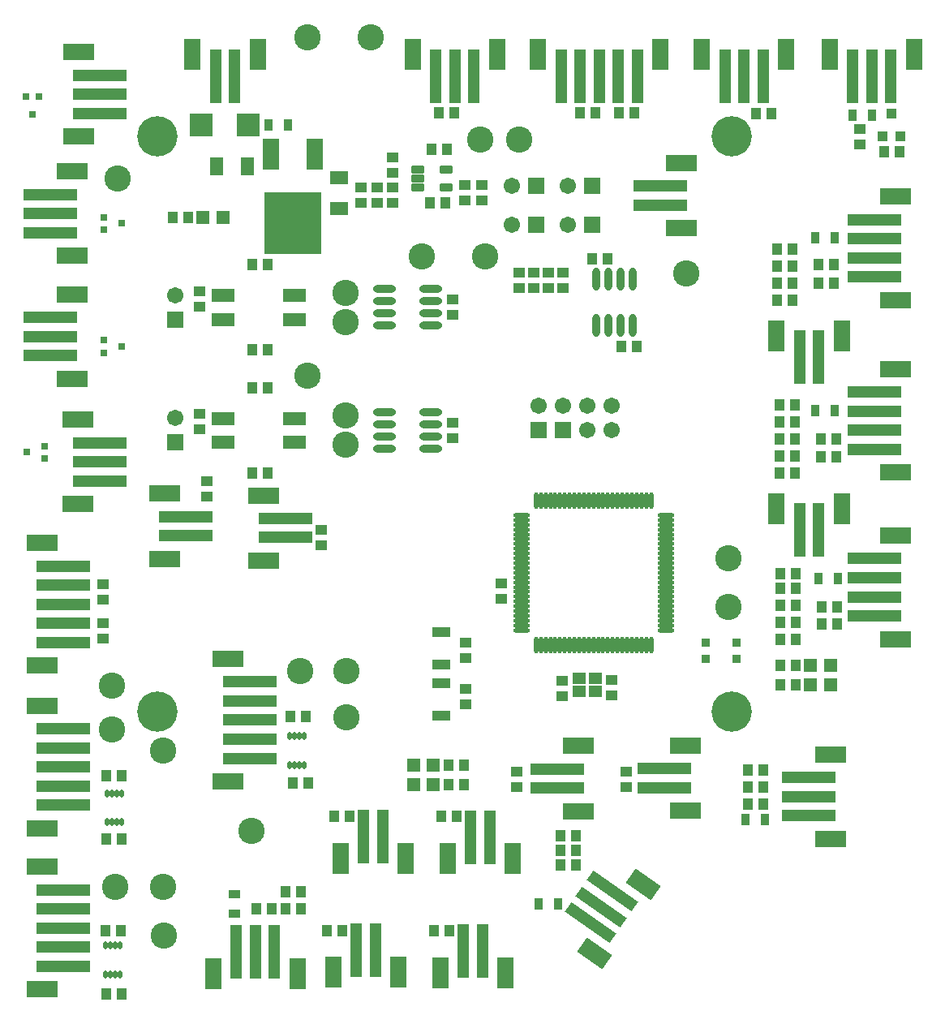
<source format=gts>
G04*
G04 #@! TF.GenerationSoftware,Altium Limited,Altium Designer,19.1.8 (144)*
G04*
G04 Layer_Color=8388736*
%FSLAX25Y25*%
%MOIN*%
G70*
G01*
G75*
%ADD47R,0.03556X0.03753*%
%ADD48R,0.07493X0.03950*%
%ADD49R,0.07099X0.12611*%
%ADD50R,0.04737X0.22454*%
%ADD51R,0.09461X0.05524*%
%ADD52R,0.04343X0.04737*%
%ADD53R,0.05524X0.05524*%
%ADD54R,0.03162X0.02965*%
%ADD55R,0.22454X0.04737*%
%ADD56R,0.02965X0.03162*%
%ADD57R,0.04737X0.04343*%
%ADD58O,0.01784X0.06902*%
%ADD59O,0.06902X0.01784*%
%ADD60R,0.05524X0.04737*%
%ADD61R,0.23635X0.25210*%
%ADD62R,0.07099X0.12611*%
%ADD63O,0.03162X0.09461*%
G04:AMPARAMS|DCode=64|XSize=33.59mil|YSize=55.24mil|CornerRadius=5.92mil|HoleSize=0mil|Usage=FLASHONLY|Rotation=90.000|XOffset=0mil|YOffset=0mil|HoleType=Round|Shape=RoundedRectangle|*
%AMROUNDEDRECTD64*
21,1,0.03359,0.04341,0,0,90.0*
21,1,0.02175,0.05524,0,0,90.0*
1,1,0.01184,0.02170,0.01088*
1,1,0.01184,0.02170,-0.01088*
1,1,0.01184,-0.02170,-0.01088*
1,1,0.01184,-0.02170,0.01088*
%
%ADD64ROUNDEDRECTD64*%
G04:AMPARAMS|DCode=65|XSize=17.84mil|YSize=31.62mil|CornerRadius=5.97mil|HoleSize=0mil|Usage=FLASHONLY|Rotation=180.000|XOffset=0mil|YOffset=0mil|HoleType=Round|Shape=RoundedRectangle|*
%AMROUNDEDRECTD65*
21,1,0.01784,0.01968,0,0,180.0*
21,1,0.00591,0.03162,0,0,180.0*
1,1,0.01194,-0.00295,0.00984*
1,1,0.01194,0.00295,0.00984*
1,1,0.01194,0.00295,-0.00984*
1,1,0.01194,-0.00295,-0.00984*
%
%ADD65ROUNDEDRECTD65*%
%ADD66O,0.09461X0.03162*%
%ADD67R,0.12611X0.07099*%
%ADD68R,0.03950X0.03950*%
%ADD69R,0.03800X0.05091*%
%ADD70R,0.05091X0.03800*%
G04:AMPARAMS|DCode=71|XSize=47.37mil|YSize=224.54mil|CornerRadius=0mil|HoleSize=0mil|Usage=FLASHONLY|Rotation=55.000|XOffset=0mil|YOffset=0mil|HoleType=Round|Shape=Rectangle|*
%AMROTATEDRECTD71*
4,1,4,0.07838,-0.08380,-0.10555,0.04499,-0.07838,0.08380,0.10555,-0.04499,0.07838,-0.08380,0.0*
%
%ADD71ROTATEDRECTD71*%

G04:AMPARAMS|DCode=72|XSize=70.99mil|YSize=126.11mil|CornerRadius=0mil|HoleSize=0mil|Usage=FLASHONLY|Rotation=55.000|XOffset=0mil|YOffset=0mil|HoleType=Round|Shape=Rectangle|*
%AMROTATEDRECTD72*
4,1,4,0.03129,-0.06524,-0.07201,0.00709,-0.03129,0.06524,0.07201,-0.00709,0.03129,-0.06524,0.0*
%
%ADD72ROTATEDRECTD72*%

%ADD73R,0.09304X0.09698*%
%ADD74R,0.07493X0.05524*%
%ADD75R,0.05524X0.07493*%
%ADD76C,0.10800*%
%ADD77R,0.06706X0.06706*%
%ADD78C,0.06706*%
%ADD79R,0.06706X0.06706*%
%ADD80C,0.16548*%
D47*
X310873Y152323D02*
D03*
X298077D02*
D03*
Y145827D02*
D03*
X310873D02*
D03*
D48*
X189475Y135768D02*
D03*
Y122382D02*
D03*
Y143382D02*
D03*
Y156768D02*
D03*
D49*
X383672Y393933D02*
D03*
X349026D02*
D03*
X331172D02*
D03*
X296526D02*
D03*
X279546D02*
D03*
X229152D02*
D03*
X177652D02*
D03*
X212298D02*
D03*
X353924Y207433D02*
D03*
X327152D02*
D03*
X353924Y278433D02*
D03*
X327152D02*
D03*
X191975Y63575D02*
D03*
X218747Y63575D02*
D03*
X148026Y63717D02*
D03*
X174798Y63717D02*
D03*
X189026Y16781D02*
D03*
X215798D02*
D03*
X144975Y17140D02*
D03*
X171747D02*
D03*
X130298Y16475D02*
D03*
X95652D02*
D03*
X113924Y393933D02*
D03*
X87152D02*
D03*
D50*
X374223Y385075D02*
D03*
X366349D02*
D03*
X358475D02*
D03*
X321723D02*
D03*
X313849D02*
D03*
X305975D02*
D03*
X270097D02*
D03*
X262223D02*
D03*
X254349D02*
D03*
X246475D02*
D03*
X238601D02*
D03*
X187101D02*
D03*
X194975D02*
D03*
X202849D02*
D03*
X344475Y198575D02*
D03*
X336601D02*
D03*
X344475Y269575D02*
D03*
X336601D02*
D03*
X201424Y72433D02*
D03*
X209298D02*
D03*
X157475Y72575D02*
D03*
X165349D02*
D03*
X198475Y25640D02*
D03*
X206349D02*
D03*
X154424Y25997D02*
D03*
X162298D02*
D03*
X120849Y25332D02*
D03*
X112975D02*
D03*
X105101D02*
D03*
X104475Y385075D02*
D03*
X96601D02*
D03*
D51*
X129042Y285154D02*
D03*
X99908Y234653D02*
D03*
Y285154D02*
D03*
X129042Y294996D02*
D03*
X99908D02*
D03*
X129042Y234653D02*
D03*
Y244496D02*
D03*
X99908D02*
D03*
D52*
X118125Y307575D02*
D03*
X335125Y135075D02*
D03*
X328825D02*
D03*
X192325Y94075D02*
D03*
X198625D02*
D03*
X192325Y102075D02*
D03*
X198625D02*
D03*
X78959Y327075D02*
D03*
X85259D02*
D03*
X335125Y143075D02*
D03*
X328825D02*
D03*
X113325Y43075D02*
D03*
X119625D02*
D03*
X244625Y67075D02*
D03*
X238325Y67075D02*
D03*
X335125Y167575D02*
D03*
X328825D02*
D03*
X335125Y160575D02*
D03*
X328825D02*
D03*
X345825Y167075D02*
D03*
X352125D02*
D03*
X238325Y61075D02*
D03*
X244625Y61075D02*
D03*
X345825Y160075D02*
D03*
X352125D02*
D03*
X321625Y93075D02*
D03*
X315325D02*
D03*
X334625Y236075D02*
D03*
X328325D02*
D03*
X334625Y229075D02*
D03*
X328325D02*
D03*
X345325Y236075D02*
D03*
X351625D02*
D03*
X315325Y86075D02*
D03*
X321625D02*
D03*
X345325Y228575D02*
D03*
X351625D02*
D03*
X131625Y50075D02*
D03*
X125325D02*
D03*
X333625Y307075D02*
D03*
X327325D02*
D03*
X333625Y300075D02*
D03*
X327325D02*
D03*
X344325Y307575D02*
D03*
X350625D02*
D03*
X344325Y300075D02*
D03*
X350625D02*
D03*
X269625Y274075D02*
D03*
X263325D02*
D03*
X191125Y333075D02*
D03*
X184825D02*
D03*
X328825Y180575D02*
D03*
X335125D02*
D03*
X328325Y250075D02*
D03*
X334625D02*
D03*
X377625Y354075D02*
D03*
X371325D02*
D03*
X192625Y34075D02*
D03*
X186325D02*
D03*
X148625D02*
D03*
X142325D02*
D03*
X195625Y81075D02*
D03*
X189325Y81075D02*
D03*
X151625Y81075D02*
D03*
X145325Y81075D02*
D03*
X188325Y370075D02*
D03*
X194625D02*
D03*
X252625D02*
D03*
X246325D02*
D03*
X268625D02*
D03*
X262325D02*
D03*
X325125Y369575D02*
D03*
X318825D02*
D03*
X111825Y307575D02*
D03*
X118125Y272575D02*
D03*
X111825D02*
D03*
X118125Y257075D02*
D03*
X111825D02*
D03*
X118125Y222075D02*
D03*
X111825D02*
D03*
X335125Y174575D02*
D03*
X328825D02*
D03*
X244625Y73075D02*
D03*
X238325Y73075D02*
D03*
X335125Y153575D02*
D03*
X328825D02*
D03*
X334625Y243075D02*
D03*
X328325D02*
D03*
X321625Y100075D02*
D03*
X315325D02*
D03*
X334625Y222075D02*
D03*
X328325D02*
D03*
X333625Y314075D02*
D03*
X327325D02*
D03*
X131625Y43075D02*
D03*
X125325D02*
D03*
X333625Y293075D02*
D03*
X327325D02*
D03*
X251325Y310075D02*
D03*
X257625D02*
D03*
X185325Y355075D02*
D03*
X191625D02*
D03*
X134625Y94575D02*
D03*
X128325D02*
D03*
X133625Y122075D02*
D03*
X127325D02*
D03*
X58125Y71575D02*
D03*
X51825D02*
D03*
X58125Y97575D02*
D03*
X51825D02*
D03*
X57975Y8075D02*
D03*
X51676D02*
D03*
X57625Y34075D02*
D03*
X51325D02*
D03*
D53*
X349475Y134943D02*
D03*
X341208D02*
D03*
X177975Y94075D02*
D03*
X186243D02*
D03*
X177975Y102075D02*
D03*
X186243D02*
D03*
X99743Y327075D02*
D03*
X91475D02*
D03*
X349475Y143075D02*
D03*
X341207D02*
D03*
D54*
X18916Y376716D02*
D03*
X24034D02*
D03*
X21475Y369433D02*
D03*
D55*
X49176Y377575D02*
D03*
Y385449D02*
D03*
X28774Y270201D02*
D03*
Y278075D02*
D03*
X48975Y226575D02*
D03*
Y234449D02*
D03*
X28774Y320701D02*
D03*
Y328575D02*
D03*
X110676Y104827D02*
D03*
Y112701D02*
D03*
Y120575D02*
D03*
Y128449D02*
D03*
Y136323D02*
D03*
X34176Y19327D02*
D03*
Y27201D02*
D03*
Y35075D02*
D03*
Y42949D02*
D03*
Y50823D02*
D03*
Y85524D02*
D03*
Y93398D02*
D03*
Y101272D02*
D03*
Y109146D02*
D03*
Y117020D02*
D03*
Y152327D02*
D03*
Y160201D02*
D03*
Y168075D02*
D03*
Y175949D02*
D03*
Y183823D02*
D03*
X125333Y203398D02*
D03*
Y195524D02*
D03*
X236975Y92575D02*
D03*
Y100449D02*
D03*
X280975Y92701D02*
D03*
Y100575D02*
D03*
X84475Y204075D02*
D03*
Y196201D02*
D03*
X279274Y332138D02*
D03*
Y340012D02*
D03*
X367274Y163264D02*
D03*
Y171138D02*
D03*
Y179012D02*
D03*
Y186886D02*
D03*
Y231764D02*
D03*
Y239638D02*
D03*
Y247512D02*
D03*
Y255386D02*
D03*
X340475Y96949D02*
D03*
Y89075D02*
D03*
Y81201D02*
D03*
X367274Y302524D02*
D03*
Y310398D02*
D03*
Y318272D02*
D03*
Y326146D02*
D03*
X28774Y336449D02*
D03*
X49176Y369701D02*
D03*
X28774Y285949D02*
D03*
X48975Y218701D02*
D03*
D56*
X50691Y271516D02*
D03*
Y276634D02*
D03*
X50833Y322016D02*
D03*
Y327134D02*
D03*
X58117Y324575D02*
D03*
X57975Y274075D02*
D03*
X18975Y230575D02*
D03*
X26259Y233134D02*
D03*
Y228016D02*
D03*
D57*
X89975Y239925D02*
D03*
X213975Y170425D02*
D03*
Y176724D02*
D03*
X199550Y133299D02*
D03*
Y127000D02*
D03*
X199475Y145925D02*
D03*
Y152224D02*
D03*
X239475Y304224D02*
D03*
Y297925D02*
D03*
X169475Y351724D02*
D03*
Y345425D02*
D03*
X156475Y339224D02*
D03*
Y332925D02*
D03*
X205975Y333925D02*
D03*
Y340224D02*
D03*
X169475Y332925D02*
D03*
Y339224D02*
D03*
X221475Y304224D02*
D03*
Y297925D02*
D03*
X198975Y340224D02*
D03*
Y333925D02*
D03*
X162975Y332925D02*
D03*
Y339224D02*
D03*
X93171Y212223D02*
D03*
Y218522D02*
D03*
X139975Y198724D02*
D03*
Y192425D02*
D03*
X361475Y356925D02*
D03*
Y363224D02*
D03*
X220475Y92925D02*
D03*
Y99224D02*
D03*
X265475Y92925D02*
D03*
Y99224D02*
D03*
X50475Y153925D02*
D03*
Y160224D02*
D03*
Y169925D02*
D03*
Y176224D02*
D03*
X89975Y290425D02*
D03*
Y296724D02*
D03*
Y246224D02*
D03*
X233475Y304224D02*
D03*
Y297925D02*
D03*
X227475Y304224D02*
D03*
Y297925D02*
D03*
X259575Y130825D02*
D03*
Y137124D02*
D03*
X238975Y130425D02*
D03*
Y136724D02*
D03*
X193975Y286925D02*
D03*
Y293224D02*
D03*
Y236425D02*
D03*
Y242724D02*
D03*
D58*
X228353Y151449D02*
D03*
X230322D02*
D03*
X232290D02*
D03*
X234259D02*
D03*
X236227D02*
D03*
X238195D02*
D03*
X240164D02*
D03*
X242132D02*
D03*
X244101D02*
D03*
X246070D02*
D03*
X248038D02*
D03*
X250007D02*
D03*
X251975D02*
D03*
X253943D02*
D03*
X255912D02*
D03*
X257880D02*
D03*
X259849D02*
D03*
X261818D02*
D03*
X263786D02*
D03*
X265755D02*
D03*
X267723D02*
D03*
X269691D02*
D03*
X271660D02*
D03*
X273628D02*
D03*
X275597D02*
D03*
Y210701D02*
D03*
X273628D02*
D03*
X271660D02*
D03*
X269691D02*
D03*
X267723D02*
D03*
X265755D02*
D03*
X263786D02*
D03*
X261818D02*
D03*
X259849D02*
D03*
X257880D02*
D03*
X255912D02*
D03*
X253943D02*
D03*
X251975D02*
D03*
X250007D02*
D03*
X248038D02*
D03*
X246070D02*
D03*
X244101D02*
D03*
X242132D02*
D03*
X240164D02*
D03*
X238195D02*
D03*
X236227D02*
D03*
X234259D02*
D03*
X232290D02*
D03*
X230322D02*
D03*
X228353D02*
D03*
D59*
X281601Y157453D02*
D03*
Y159421D02*
D03*
Y161390D02*
D03*
Y163358D02*
D03*
Y165327D02*
D03*
Y167295D02*
D03*
Y169264D02*
D03*
Y171232D02*
D03*
Y173201D02*
D03*
Y175169D02*
D03*
Y177138D02*
D03*
Y179106D02*
D03*
Y181075D02*
D03*
Y183043D02*
D03*
Y185012D02*
D03*
Y186980D02*
D03*
Y188949D02*
D03*
Y190917D02*
D03*
Y192886D02*
D03*
Y194854D02*
D03*
Y196823D02*
D03*
Y198791D02*
D03*
Y200760D02*
D03*
Y202728D02*
D03*
Y204697D02*
D03*
X222349D02*
D03*
Y202728D02*
D03*
Y200760D02*
D03*
Y198791D02*
D03*
Y196823D02*
D03*
Y194854D02*
D03*
Y192886D02*
D03*
Y190917D02*
D03*
Y188949D02*
D03*
Y186980D02*
D03*
Y185012D02*
D03*
Y183043D02*
D03*
Y181075D02*
D03*
Y179106D02*
D03*
Y177138D02*
D03*
Y175169D02*
D03*
Y173201D02*
D03*
Y171232D02*
D03*
Y169264D02*
D03*
Y167295D02*
D03*
Y165327D02*
D03*
Y163358D02*
D03*
Y161390D02*
D03*
Y159421D02*
D03*
Y157453D02*
D03*
D60*
X246129Y137634D02*
D03*
X252821D02*
D03*
X246129Y132516D02*
D03*
X252821D02*
D03*
D61*
X128475Y324791D02*
D03*
D62*
X119479Y353059D02*
D03*
X137471D02*
D03*
D63*
X267975Y301524D02*
D03*
X262975D02*
D03*
X257975D02*
D03*
X252975D02*
D03*
X267975Y282626D02*
D03*
X262975D02*
D03*
X257975D02*
D03*
X252975D02*
D03*
D64*
X191282Y346815D02*
D03*
Y339335D02*
D03*
X179668D02*
D03*
Y343075D02*
D03*
Y346815D02*
D03*
D65*
X132928Y113980D02*
D03*
X130959D02*
D03*
X128991D02*
D03*
X127022D02*
D03*
X132928Y102169D02*
D03*
X130959D02*
D03*
X128991D02*
D03*
X127022D02*
D03*
X57928Y90480D02*
D03*
X55959D02*
D03*
X53991D02*
D03*
X52022D02*
D03*
X57928Y78669D02*
D03*
X55959D02*
D03*
X53991D02*
D03*
X52022D02*
D03*
X57428Y27980D02*
D03*
X55459D02*
D03*
X53491D02*
D03*
X51522D02*
D03*
X57428Y16169D02*
D03*
X55459D02*
D03*
X53491D02*
D03*
X51522D02*
D03*
D66*
X166026Y297575D02*
D03*
Y292575D02*
D03*
Y287575D02*
D03*
Y282575D02*
D03*
X184924Y297575D02*
D03*
Y292575D02*
D03*
Y287575D02*
D03*
Y282575D02*
D03*
X166026Y247075D02*
D03*
Y242075D02*
D03*
Y237075D02*
D03*
Y232075D02*
D03*
X184924Y247075D02*
D03*
Y242075D02*
D03*
Y237075D02*
D03*
Y232075D02*
D03*
D67*
X101818Y95378D02*
D03*
Y145772D02*
D03*
X25318Y9878D02*
D03*
Y60272D02*
D03*
Y76075D02*
D03*
Y126469D02*
D03*
Y142878D02*
D03*
Y193272D02*
D03*
X116475Y212847D02*
D03*
Y186075D02*
D03*
X245833Y83126D02*
D03*
Y109898D02*
D03*
X289833Y83252D02*
D03*
Y110024D02*
D03*
X75617Y213524D02*
D03*
Y186752D02*
D03*
X288132Y322689D02*
D03*
Y349461D02*
D03*
X376132Y153815D02*
D03*
Y196335D02*
D03*
Y222315D02*
D03*
Y264835D02*
D03*
X349333Y106398D02*
D03*
Y71752D02*
D03*
X376132Y293075D02*
D03*
Y335595D02*
D03*
X37632Y345898D02*
D03*
Y311252D02*
D03*
X40318Y360252D02*
D03*
Y394898D02*
D03*
X37632Y295398D02*
D03*
Y260752D02*
D03*
X40117Y209252D02*
D03*
Y243898D02*
D03*
D68*
X374475Y369799D02*
D03*
X378215Y360350D02*
D03*
X370735D02*
D03*
D69*
X229518Y45075D02*
D03*
X237432D02*
D03*
X344518Y178575D02*
D03*
X352432D02*
D03*
X314518Y79575D02*
D03*
X322432D02*
D03*
X343018Y247575D02*
D03*
X350932D02*
D03*
X343018Y318575D02*
D03*
X350932D02*
D03*
X358518Y369075D02*
D03*
X366432D02*
D03*
X126432Y365075D02*
D03*
X118518D02*
D03*
D70*
X104475Y49031D02*
D03*
Y41118D02*
D03*
D71*
X259672Y50243D02*
D03*
X255156Y43793D02*
D03*
X250640Y37343D02*
D03*
D72*
X272348Y52903D02*
D03*
X252476Y24522D02*
D03*
D73*
X110121Y365075D02*
D03*
X90829D02*
D03*
D74*
X147475Y330776D02*
D03*
Y343374D02*
D03*
D75*
X109774Y348075D02*
D03*
X97176D02*
D03*
D76*
X149975Y233575D02*
D03*
Y245575D02*
D03*
Y284075D02*
D03*
Y296075D02*
D03*
X111475Y75075D02*
D03*
X207475Y311075D02*
D03*
X221475Y359075D02*
D03*
X205475D02*
D03*
X181475Y311075D02*
D03*
X289975Y304075D02*
D03*
X134475Y262075D02*
D03*
X307475Y187075D02*
D03*
Y167075D02*
D03*
X55475Y52075D02*
D03*
X150475Y140575D02*
D03*
Y121575D02*
D03*
X131475Y140575D02*
D03*
X74975Y52075D02*
D03*
X75475Y32075D02*
D03*
X74975Y108075D02*
D03*
X53975Y116575D02*
D03*
Y134575D02*
D03*
X160475Y401075D02*
D03*
X134475D02*
D03*
X56475Y343075D02*
D03*
D77*
X79975Y234575D02*
D03*
Y285075D02*
D03*
D78*
X218475Y340075D02*
D03*
Y324075D02*
D03*
X241475D02*
D03*
Y340075D02*
D03*
X259475Y249575D02*
D03*
X249475D02*
D03*
X239475D02*
D03*
X229475D02*
D03*
X259475Y239575D02*
D03*
X249475D02*
D03*
X79975Y295075D02*
D03*
Y244575D02*
D03*
D79*
X228475Y340075D02*
D03*
Y324075D02*
D03*
X251475D02*
D03*
Y340075D02*
D03*
X239475Y239575D02*
D03*
X229475D02*
D03*
D80*
X72653Y123979D02*
D03*
X308873Y360199D02*
D03*
X308873Y123979D02*
D03*
X72640Y360199D02*
D03*
M02*

</source>
